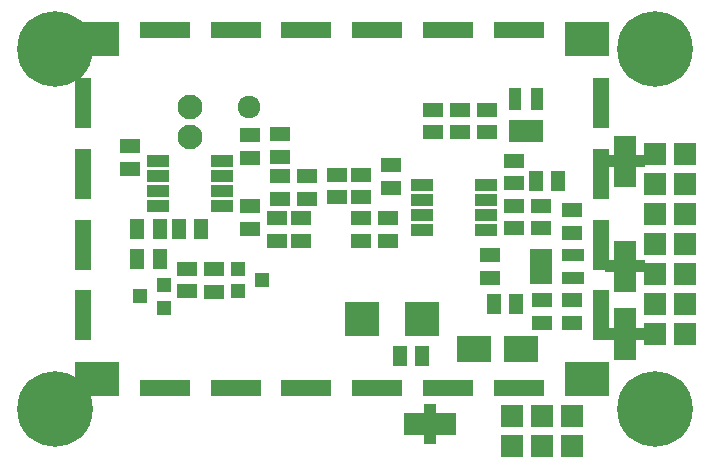
<source format=gbr>
G04 #@! TF.GenerationSoftware,KiCad,Pcbnew,(6.0.0-rc1-dev-205-gc0615c5ef)*
G04 #@! TF.CreationDate,2018-08-06T12:10:05+02:00*
G04 #@! TF.ProjectId,PCRD04B,504352443034422E6B696361645F7063,REV*
G04 #@! TF.SameCoordinates,Original*
G04 #@! TF.FileFunction,Soldermask,Bot*
G04 #@! TF.FilePolarity,Negative*
%FSLAX46Y46*%
G04 Gerber Fmt 4.6, Leading zero omitted, Abs format (unit mm)*
G04 Created by KiCad (PCBNEW (6.0.0-rc1-dev-205-gc0615c5ef)) date 08/06/18 12:10:05*
%MOMM*%
%LPD*%
G01*
G04 APERTURE LIST*
%ADD10R,1.797000X1.289000*%
%ADD11R,4.200000X1.400000*%
%ADD12R,3.700000X2.950000*%
%ADD13R,1.400000X4.200000*%
%ADD14R,2.950160X2.899360*%
%ADD15R,1.289000X1.797000*%
%ADD16R,2.899360X2.200860*%
%ADD17R,1.924000X1.924000*%
%ADD18C,6.400000*%
%ADD19R,1.950000X1.000000*%
%ADD20R,1.050000X1.960000*%
%ADD21R,1.960000X1.050000*%
%ADD22R,1.300000X1.200000*%
%ADD23C,2.100000*%
%ADD24C,1.924000*%
%ADD25R,1.900000X1.700000*%
%ADD26R,3.400000X1.100000*%
%ADD27R,1.700000X1.900000*%
%ADD28R,1.100000X3.400000*%
G04 APERTURE END LIST*
D10*
G04 #@! TO.C,R12*
X48895000Y20002500D03*
X48895000Y21907500D03*
G04 #@! TD*
D11*
G04 #@! TO.C,M6*
X44385000Y37150000D03*
X38385000Y37150000D03*
X32385000Y37150000D03*
X26385000Y37150000D03*
X20385000Y37150000D03*
X14385000Y37150000D03*
X44385000Y6850000D03*
X38385000Y6850000D03*
X32385000Y6850000D03*
X26385000Y6850000D03*
X20385000Y6850000D03*
X14385000Y6850000D03*
D12*
X50135000Y36375000D03*
X8635000Y36375000D03*
X50135000Y7625000D03*
X8635000Y7625000D03*
D13*
X7485000Y13000000D03*
X7485000Y19000000D03*
X7485000Y25000000D03*
X7485000Y31000000D03*
X51285000Y13000000D03*
X51285000Y19000000D03*
X51285000Y25000000D03*
X51285000Y31000000D03*
G04 #@! TD*
D14*
G04 #@! TO.C,C1*
X31130240Y12700000D03*
X36179760Y12700000D03*
G04 #@! TD*
D10*
G04 #@! TO.C,C3*
X11430000Y27305000D03*
X11430000Y25400000D03*
G04 #@! TD*
D15*
G04 #@! TO.C,C4*
X34290000Y9525000D03*
X36195000Y9525000D03*
G04 #@! TD*
G04 #@! TO.C,C5*
X12065000Y20320000D03*
X13970000Y20320000D03*
G04 #@! TD*
D10*
G04 #@! TO.C,C6*
X25908000Y21209000D03*
X25908000Y19304000D03*
G04 #@! TD*
G04 #@! TO.C,C7*
X46228000Y20383500D03*
X46228000Y22288500D03*
G04 #@! TD*
G04 #@! TO.C,C8*
X39370000Y30416500D03*
X39370000Y28511500D03*
G04 #@! TD*
G04 #@! TO.C,C9*
X46355000Y14287500D03*
X46355000Y12382500D03*
G04 #@! TD*
D15*
G04 #@! TO.C,C10*
X17462500Y20320000D03*
X15557500Y20320000D03*
G04 #@! TD*
D10*
G04 #@! TO.C,C11*
X23876000Y19304000D03*
X23876000Y21209000D03*
G04 #@! TD*
G04 #@! TO.C,C12*
X43942000Y22288500D03*
X43942000Y20383500D03*
G04 #@! TD*
G04 #@! TO.C,C13*
X41656000Y28511500D03*
X41656000Y30416500D03*
G04 #@! TD*
G04 #@! TO.C,C14*
X48895000Y12382500D03*
X48895000Y14287500D03*
G04 #@! TD*
G04 #@! TO.C,C15*
X26416000Y22860000D03*
X26416000Y24765000D03*
G04 #@! TD*
G04 #@! TO.C,C16*
X28956000Y24892000D03*
X28956000Y22987000D03*
G04 #@! TD*
G04 #@! TO.C,C17*
X33528000Y23812500D03*
X33528000Y25717500D03*
G04 #@! TD*
G04 #@! TO.C,C18*
X33274000Y19304000D03*
X33274000Y21209000D03*
G04 #@! TD*
G04 #@! TO.C,C19*
X43942000Y24193500D03*
X43942000Y26098500D03*
G04 #@! TD*
D16*
G04 #@! TO.C,D1*
X44543980Y10160000D03*
X40546020Y10160000D03*
G04 #@! TD*
D17*
G04 #@! TO.C,J1*
X48895000Y4445000D03*
X48895000Y1905000D03*
X46355000Y4445000D03*
X46355000Y1905000D03*
X43815000Y4445000D03*
X43815000Y1905000D03*
G04 #@! TD*
G04 #@! TO.C,J2*
X55880000Y21590000D03*
X58420000Y21590000D03*
G04 #@! TD*
G04 #@! TO.C,J3*
X58420000Y19050000D03*
X55880000Y19050000D03*
G04 #@! TD*
G04 #@! TO.C,J4*
X55880000Y16510000D03*
X58420000Y16510000D03*
G04 #@! TD*
G04 #@! TO.C,J5*
X55880000Y26670000D03*
X58420000Y26670000D03*
G04 #@! TD*
G04 #@! TO.C,J6*
X58420000Y24130000D03*
X55880000Y24130000D03*
G04 #@! TD*
G04 #@! TO.C,J7*
X58420000Y11430000D03*
X55880000Y11430000D03*
G04 #@! TD*
D18*
G04 #@! TO.C,M1*
X5080000Y35560000D03*
G04 #@! TD*
G04 #@! TO.C,M2*
X55880000Y35560000D03*
G04 #@! TD*
G04 #@! TO.C,M3*
X55880000Y5080000D03*
G04 #@! TD*
G04 #@! TO.C,M4*
X5080000Y5080000D03*
G04 #@! TD*
D10*
G04 #@! TO.C,R2*
X21590000Y20320000D03*
X21590000Y22225000D03*
G04 #@! TD*
G04 #@! TO.C,R3*
X41910000Y18097500D03*
X41910000Y16192500D03*
G04 #@! TD*
G04 #@! TO.C,R4*
X37084000Y28511500D03*
X37084000Y30416500D03*
G04 #@! TD*
D15*
G04 #@! TO.C,R5*
X42227500Y13970000D03*
X44132500Y13970000D03*
G04 #@! TD*
G04 #@! TO.C,R6*
X13970000Y17780000D03*
X12065000Y17780000D03*
G04 #@! TD*
D10*
G04 #@! TO.C,R7*
X21590000Y26352500D03*
X21590000Y28257500D03*
G04 #@! TD*
G04 #@! TO.C,R8*
X24130000Y28321000D03*
X24130000Y26416000D03*
G04 #@! TD*
G04 #@! TO.C,R9*
X24130000Y24765000D03*
X24130000Y22860000D03*
G04 #@! TD*
G04 #@! TO.C,R10*
X30988000Y24892000D03*
X30988000Y22987000D03*
G04 #@! TD*
G04 #@! TO.C,R11*
X30988000Y21209000D03*
X30988000Y19304000D03*
G04 #@! TD*
D15*
G04 #@! TO.C,R13*
X47688500Y24384000D03*
X45783500Y24384000D03*
G04 #@! TD*
D19*
G04 #@! TO.C,U1*
X19210000Y22225000D03*
X19210000Y23495000D03*
X19210000Y24765000D03*
X19210000Y26035000D03*
X13810000Y26035000D03*
X13810000Y24765000D03*
X13810000Y23495000D03*
X13810000Y22225000D03*
G04 #@! TD*
G04 #@! TO.C,U2*
X36162000Y20193000D03*
X36162000Y21463000D03*
X36162000Y22733000D03*
X36162000Y24003000D03*
X41562000Y24003000D03*
X41562000Y22733000D03*
X41562000Y21463000D03*
X41562000Y20193000D03*
G04 #@! TD*
D20*
G04 #@! TO.C,U4*
X45908000Y28622000D03*
X44958000Y28622000D03*
X44008000Y28622000D03*
X44008000Y31322000D03*
X45908000Y31322000D03*
G04 #@! TD*
D21*
G04 #@! TO.C,U5*
X48975000Y16195000D03*
X48975000Y18095000D03*
X46275000Y18095000D03*
X46275000Y17145000D03*
X46275000Y16195000D03*
G04 #@! TD*
D10*
G04 #@! TO.C,C20*
X16256000Y16954500D03*
X16256000Y15049500D03*
G04 #@! TD*
G04 #@! TO.C,R15*
X18542000Y14986000D03*
X18542000Y16891000D03*
G04 #@! TD*
D22*
G04 #@! TO.C,U3*
X22606000Y16002000D03*
X20606000Y16952000D03*
X20606000Y15052000D03*
G04 #@! TD*
G04 #@! TO.C,U6*
X14335000Y15555000D03*
X14335000Y13655000D03*
X12335000Y14605000D03*
G04 #@! TD*
D17*
G04 #@! TO.C,J11*
X55880000Y13970000D03*
X58420000Y13970000D03*
G04 #@! TD*
D23*
G04 #@! TO.C,D2*
X16550000Y28100000D03*
X16550000Y30640000D03*
D24*
X21550000Y30640000D03*
G04 #@! TD*
D25*
G04 #@! TO.C,C2*
X53340000Y15795000D03*
D26*
X53340000Y17145000D03*
D25*
X53340000Y18495000D03*
G04 #@! TD*
D27*
G04 #@! TO.C,C21*
X35480000Y3810000D03*
D28*
X36830000Y3810000D03*
D27*
X38180000Y3810000D03*
G04 #@! TD*
D25*
G04 #@! TO.C,C22*
X53340000Y24685000D03*
D26*
X53340000Y26035000D03*
D25*
X53340000Y27385000D03*
G04 #@! TD*
G04 #@! TO.C,C23*
X53340000Y12780000D03*
D26*
X53340000Y11430000D03*
D25*
X53340000Y10080000D03*
G04 #@! TD*
M02*

</source>
